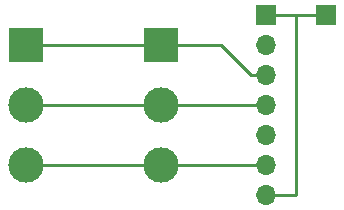
<source format=gbr>
%TF.GenerationSoftware,KiCad,Pcbnew,(5.1.6)-1*%
%TF.CreationDate,2020-08-24T20:43:34-04:00*%
%TF.ProjectId,PayloadPowerBoard,5061796c-6f61-4645-906f-776572426f61,rev?*%
%TF.SameCoordinates,Original*%
%TF.FileFunction,Copper,L1,Top*%
%TF.FilePolarity,Positive*%
%FSLAX46Y46*%
G04 Gerber Fmt 4.6, Leading zero omitted, Abs format (unit mm)*
G04 Created by KiCad (PCBNEW (5.1.6)-1) date 2020-08-24 20:43:34*
%MOMM*%
%LPD*%
G01*
G04 APERTURE LIST*
%TA.AperFunction,ComponentPad*%
%ADD10O,1.700000X1.700000*%
%TD*%
%TA.AperFunction,ComponentPad*%
%ADD11R,1.700000X1.700000*%
%TD*%
%TA.AperFunction,ComponentPad*%
%ADD12C,3.000000*%
%TD*%
%TA.AperFunction,ComponentPad*%
%ADD13R,3.000000X3.000000*%
%TD*%
%TA.AperFunction,Conductor*%
%ADD14C,0.250000*%
%TD*%
G04 APERTURE END LIST*
D10*
%TO.P,Sensor,7*%
%TO.N,N/C*%
X78740000Y-96520000D03*
%TO.P,Sensor,6*%
X78740000Y-93980000D03*
%TO.P,Sensor,5*%
X78740000Y-91440000D03*
%TO.P,Sensor,4*%
X78740000Y-88900000D03*
%TO.P,Sensor,3*%
X78740000Y-86360000D03*
%TO.P,Sensor,2*%
X78740000Y-83820000D03*
D11*
%TO.P,Sensor,1*%
X78740000Y-81280000D03*
%TD*%
%TO.P,3.3V,1*%
%TO.N,N/C*%
X83820000Y-81280000D03*
%TD*%
D12*
%TO.P,STM32,3*%
%TO.N,N/C*%
X58420000Y-93980000D03*
%TO.P,STM32,2*%
X58420000Y-88900000D03*
D13*
%TO.P,STM32,1*%
X58420000Y-83820000D03*
%TD*%
D12*
%TO.P,Pi,3*%
%TO.N,N/C*%
X69850000Y-93980000D03*
%TO.P,Pi,2*%
X69850000Y-88900000D03*
D13*
%TO.P,Pi,1*%
X69850000Y-83820000D03*
%TD*%
D14*
%TO.N,*%
X58420000Y-88900000D02*
X78740000Y-88900000D01*
X58420000Y-93980000D02*
X78740000Y-93980000D01*
X81280000Y-81280000D02*
X83820000Y-81280000D01*
X81280000Y-81280000D02*
X81280000Y-96520000D01*
X78740000Y-81280000D02*
X81280000Y-81280000D01*
X81280000Y-96520000D02*
X78740000Y-96520000D01*
X58420000Y-83820000D02*
X74930000Y-83820000D01*
X74930000Y-83820000D02*
X77470000Y-86360000D01*
X77470000Y-86360000D02*
X78740000Y-86360000D01*
%TD*%
M02*

</source>
